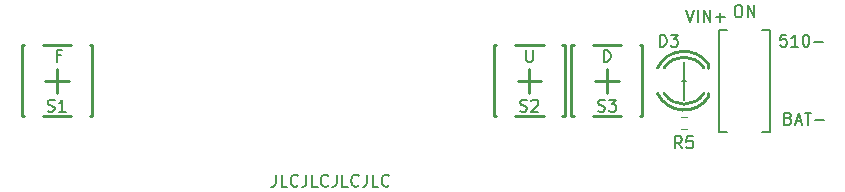
<source format=gbr>
G04 #@! TF.GenerationSoftware,KiCad,Pcbnew,5.1.0-unknown-9e240db~82~ubuntu18.04.1*
G04 #@! TF.CreationDate,2019-04-05T08:38:07+02:00*
G04 #@! TF.ProjectId,Voltrove MIC1557 PWM,566f6c74-726f-4766-9520-4d4943313535,rev?*
G04 #@! TF.SameCoordinates,Original*
G04 #@! TF.FileFunction,Legend,Top*
G04 #@! TF.FilePolarity,Positive*
%FSLAX46Y46*%
G04 Gerber Fmt 4.6, Leading zero omitted, Abs format (unit mm)*
G04 Created by KiCad (PCBNEW 5.1.0-unknown-9e240db~82~ubuntu18.04.1) date 2019-04-05 08:38:07*
%MOMM*%
%LPD*%
G04 APERTURE LIST*
%ADD10C,0.150000*%
%ADD11C,0.250000*%
%ADD12C,0.200000*%
%ADD13C,0.120000*%
G04 APERTURE END LIST*
D10*
X176126071Y-93752380D02*
X176316547Y-93752380D01*
X176411785Y-93800000D01*
X176507023Y-93895238D01*
X176554642Y-94085714D01*
X176554642Y-94419047D01*
X176507023Y-94609523D01*
X176411785Y-94704761D01*
X176316547Y-94752380D01*
X176126071Y-94752380D01*
X176030833Y-94704761D01*
X175935595Y-94609523D01*
X175887976Y-94419047D01*
X175887976Y-94085714D01*
X175935595Y-93895238D01*
X176030833Y-93800000D01*
X176126071Y-93752380D01*
X176983214Y-94752380D02*
X176983214Y-93752380D01*
X177554642Y-94752380D01*
X177554642Y-93752380D01*
X118828928Y-97996171D02*
X118495595Y-97996171D01*
X118495595Y-98519980D02*
X118495595Y-97519980D01*
X118971785Y-97519980D01*
X164818695Y-98552380D02*
X164818695Y-97552380D01*
X165056790Y-97552380D01*
X165199647Y-97600000D01*
X165294885Y-97695238D01*
X165342504Y-97790476D01*
X165390123Y-97980952D01*
X165390123Y-98123809D01*
X165342504Y-98314285D01*
X165294885Y-98409523D01*
X165199647Y-98504761D01*
X165056790Y-98552380D01*
X164818695Y-98552380D01*
X158245595Y-97552380D02*
X158245595Y-98361904D01*
X158293214Y-98457142D01*
X158340833Y-98504761D01*
X158436071Y-98552380D01*
X158626547Y-98552380D01*
X158721785Y-98504761D01*
X158769404Y-98457142D01*
X158817023Y-98361904D01*
X158817023Y-97552380D01*
X137054309Y-108098380D02*
X137054309Y-108812666D01*
X137006690Y-108955523D01*
X136911452Y-109050761D01*
X136768595Y-109098380D01*
X136673357Y-109098380D01*
X138006690Y-109098380D02*
X137530500Y-109098380D01*
X137530500Y-108098380D01*
X138911452Y-109003142D02*
X138863833Y-109050761D01*
X138720976Y-109098380D01*
X138625738Y-109098380D01*
X138482880Y-109050761D01*
X138387642Y-108955523D01*
X138340023Y-108860285D01*
X138292404Y-108669809D01*
X138292404Y-108526952D01*
X138340023Y-108336476D01*
X138387642Y-108241238D01*
X138482880Y-108146000D01*
X138625738Y-108098380D01*
X138720976Y-108098380D01*
X138863833Y-108146000D01*
X138911452Y-108193619D01*
X139625738Y-108098380D02*
X139625738Y-108812666D01*
X139578119Y-108955523D01*
X139482880Y-109050761D01*
X139340023Y-109098380D01*
X139244785Y-109098380D01*
X140578119Y-109098380D02*
X140101928Y-109098380D01*
X140101928Y-108098380D01*
X141482880Y-109003142D02*
X141435261Y-109050761D01*
X141292404Y-109098380D01*
X141197166Y-109098380D01*
X141054309Y-109050761D01*
X140959071Y-108955523D01*
X140911452Y-108860285D01*
X140863833Y-108669809D01*
X140863833Y-108526952D01*
X140911452Y-108336476D01*
X140959071Y-108241238D01*
X141054309Y-108146000D01*
X141197166Y-108098380D01*
X141292404Y-108098380D01*
X141435261Y-108146000D01*
X141482880Y-108193619D01*
X142197166Y-108098380D02*
X142197166Y-108812666D01*
X142149547Y-108955523D01*
X142054309Y-109050761D01*
X141911452Y-109098380D01*
X141816214Y-109098380D01*
X143149547Y-109098380D02*
X142673357Y-109098380D01*
X142673357Y-108098380D01*
X144054309Y-109003142D02*
X144006690Y-109050761D01*
X143863833Y-109098380D01*
X143768595Y-109098380D01*
X143625738Y-109050761D01*
X143530500Y-108955523D01*
X143482880Y-108860285D01*
X143435261Y-108669809D01*
X143435261Y-108526952D01*
X143482880Y-108336476D01*
X143530500Y-108241238D01*
X143625738Y-108146000D01*
X143768595Y-108098380D01*
X143863833Y-108098380D01*
X144006690Y-108146000D01*
X144054309Y-108193619D01*
X144768595Y-108098380D02*
X144768595Y-108812666D01*
X144720976Y-108955523D01*
X144625738Y-109050761D01*
X144482880Y-109098380D01*
X144387642Y-109098380D01*
X145720976Y-109098380D02*
X145244785Y-109098380D01*
X145244785Y-108098380D01*
X146625738Y-109003142D02*
X146578119Y-109050761D01*
X146435261Y-109098380D01*
X146340023Y-109098380D01*
X146197166Y-109050761D01*
X146101928Y-108955523D01*
X146054309Y-108860285D01*
X146006690Y-108669809D01*
X146006690Y-108526952D01*
X146054309Y-108336476D01*
X146101928Y-108241238D01*
X146197166Y-108146000D01*
X146340023Y-108098380D01*
X146435261Y-108098380D01*
X146578119Y-108146000D01*
X146625738Y-108193619D01*
X171801000Y-100144000D02*
X171439000Y-100144000D01*
X171619000Y-101766000D02*
X171621000Y-98535000D01*
D11*
X173670000Y-99054000D02*
X173670000Y-98735000D01*
X173670000Y-101533000D02*
X173670000Y-101214000D01*
X169918194Y-99067201D02*
G75*
G02X173293330Y-99054000I1691806J-1076799D01*
G01*
X169936379Y-101229124D02*
G75*
G03X173293330Y-101214000I1673621J1085124D01*
G01*
X169358107Y-99068291D02*
G75*
G02X173670000Y-98735251I2251893J-1075709D01*
G01*
X169375410Y-101229739D02*
G75*
G03X173670000Y-101532749I2234590J1085739D01*
G01*
D12*
X178880000Y-95839000D02*
X178230000Y-95839000D01*
X178880000Y-95839000D02*
X178880000Y-104441000D01*
X174580000Y-95839000D02*
X174580000Y-104441000D01*
X178880000Y-104441000D02*
X178230000Y-104441000D01*
X175230000Y-95839000D02*
X174580000Y-95839000D01*
X175230000Y-104441000D02*
X174580000Y-104441000D01*
D11*
X121523000Y-97144000D02*
X121323000Y-97144000D01*
X121523000Y-97144000D02*
X121523000Y-103144000D01*
X115523000Y-97144000D02*
X115523000Y-103144000D01*
X119723000Y-97144000D02*
X117323000Y-97144000D01*
X119723000Y-103144000D02*
X117323000Y-103144000D01*
X121523000Y-103144000D02*
X121323000Y-103144000D01*
X115523000Y-97144000D02*
X115723000Y-97144000D01*
X115523000Y-103144000D02*
X115723000Y-103144000D01*
X119523000Y-100144000D02*
X117523000Y-100144000D01*
X118523000Y-99144000D02*
X118523000Y-101144000D01*
X161510000Y-97150000D02*
X161310000Y-97150000D01*
X161510000Y-97150000D02*
X161510000Y-103150000D01*
X155510000Y-97150000D02*
X155510000Y-103150000D01*
X159710000Y-97150000D02*
X157310000Y-97150000D01*
X159710000Y-103150000D02*
X157310000Y-103150000D01*
X161510000Y-103150000D02*
X161310000Y-103150000D01*
X155510000Y-97150000D02*
X155710000Y-97150000D01*
X155510000Y-103150000D02*
X155710000Y-103150000D01*
X159510000Y-100150000D02*
X157510000Y-100150000D01*
X158510000Y-99150000D02*
X158510000Y-101150000D01*
X165070000Y-101150000D02*
X165070000Y-99150000D01*
X164070000Y-100150000D02*
X166070000Y-100150000D01*
X168070000Y-97150000D02*
X167870000Y-97150000D01*
X168070000Y-103150000D02*
X167870000Y-103150000D01*
X162070000Y-97150000D02*
X162270000Y-97150000D01*
X163870000Y-97150000D02*
X166270000Y-97150000D01*
X163870000Y-103150000D02*
X166270000Y-103150000D01*
X168070000Y-103150000D02*
X168070000Y-97150000D01*
X162070000Y-103150000D02*
X162070000Y-97150000D01*
X162070000Y-103150000D02*
X162270000Y-103150000D01*
D13*
X171380000Y-103190000D02*
X171820000Y-103190000D01*
X171380000Y-104210000D02*
X171820000Y-104210000D01*
D10*
X169561904Y-97252380D02*
X169561904Y-96252380D01*
X169800000Y-96252380D01*
X169942857Y-96300000D01*
X170038095Y-96395238D01*
X170085714Y-96490476D01*
X170133333Y-96680952D01*
X170133333Y-96823809D01*
X170085714Y-97014285D01*
X170038095Y-97109523D01*
X169942857Y-97204761D01*
X169800000Y-97252380D01*
X169561904Y-97252380D01*
X170466666Y-96252380D02*
X171085714Y-96252380D01*
X170752380Y-96633333D01*
X170895238Y-96633333D01*
X170990476Y-96680952D01*
X171038095Y-96728571D01*
X171085714Y-96823809D01*
X171085714Y-97061904D01*
X171038095Y-97157142D01*
X170990476Y-97204761D01*
X170895238Y-97252380D01*
X170609523Y-97252380D01*
X170514285Y-97204761D01*
X170466666Y-97157142D01*
X180442857Y-103328571D02*
X180585714Y-103376190D01*
X180633333Y-103423809D01*
X180680952Y-103519047D01*
X180680952Y-103661904D01*
X180633333Y-103757142D01*
X180585714Y-103804761D01*
X180490476Y-103852380D01*
X180109523Y-103852380D01*
X180109523Y-102852380D01*
X180442857Y-102852380D01*
X180538095Y-102900000D01*
X180585714Y-102947619D01*
X180633333Y-103042857D01*
X180633333Y-103138095D01*
X180585714Y-103233333D01*
X180538095Y-103280952D01*
X180442857Y-103328571D01*
X180109523Y-103328571D01*
X181061904Y-103566666D02*
X181538095Y-103566666D01*
X180966666Y-103852380D02*
X181300000Y-102852380D01*
X181633333Y-103852380D01*
X181823809Y-102852380D02*
X182395238Y-102852380D01*
X182109523Y-103852380D02*
X182109523Y-102852380D01*
X182728571Y-103471428D02*
X183490476Y-103471428D01*
X180266666Y-96252380D02*
X179790476Y-96252380D01*
X179742857Y-96728571D01*
X179790476Y-96680952D01*
X179885714Y-96633333D01*
X180123809Y-96633333D01*
X180219047Y-96680952D01*
X180266666Y-96728571D01*
X180314285Y-96823809D01*
X180314285Y-97061904D01*
X180266666Y-97157142D01*
X180219047Y-97204761D01*
X180123809Y-97252380D01*
X179885714Y-97252380D01*
X179790476Y-97204761D01*
X179742857Y-97157142D01*
X181266666Y-97252380D02*
X180695238Y-97252380D01*
X180980952Y-97252380D02*
X180980952Y-96252380D01*
X180885714Y-96395238D01*
X180790476Y-96490476D01*
X180695238Y-96538095D01*
X181885714Y-96252380D02*
X181980952Y-96252380D01*
X182076190Y-96300000D01*
X182123809Y-96347619D01*
X182171428Y-96442857D01*
X182219047Y-96633333D01*
X182219047Y-96871428D01*
X182171428Y-97061904D01*
X182123809Y-97157142D01*
X182076190Y-97204761D01*
X181980952Y-97252380D01*
X181885714Y-97252380D01*
X181790476Y-97204761D01*
X181742857Y-97157142D01*
X181695238Y-97061904D01*
X181647619Y-96871428D01*
X181647619Y-96633333D01*
X181695238Y-96442857D01*
X181742857Y-96347619D01*
X181790476Y-96300000D01*
X181885714Y-96252380D01*
X182647619Y-96871428D02*
X183409523Y-96871428D01*
X117738095Y-102705194D02*
X117880952Y-102752813D01*
X118119047Y-102752813D01*
X118214285Y-102705194D01*
X118261904Y-102657575D01*
X118309523Y-102562337D01*
X118309523Y-102467099D01*
X118261904Y-102371861D01*
X118214285Y-102324242D01*
X118119047Y-102276623D01*
X117928571Y-102229004D01*
X117833333Y-102181385D01*
X117785714Y-102133766D01*
X117738095Y-102038528D01*
X117738095Y-101943290D01*
X117785714Y-101848052D01*
X117833333Y-101800433D01*
X117928571Y-101752813D01*
X118166666Y-101752813D01*
X118309523Y-101800433D01*
X119261904Y-102752813D02*
X118690476Y-102752813D01*
X118976190Y-102752813D02*
X118976190Y-101752813D01*
X118880952Y-101895671D01*
X118785714Y-101990909D01*
X118690476Y-102038528D01*
X157738095Y-102704761D02*
X157880952Y-102752380D01*
X158119047Y-102752380D01*
X158214285Y-102704761D01*
X158261904Y-102657142D01*
X158309523Y-102561904D01*
X158309523Y-102466666D01*
X158261904Y-102371428D01*
X158214285Y-102323809D01*
X158119047Y-102276190D01*
X157928571Y-102228571D01*
X157833333Y-102180952D01*
X157785714Y-102133333D01*
X157738095Y-102038095D01*
X157738095Y-101942857D01*
X157785714Y-101847619D01*
X157833333Y-101800000D01*
X157928571Y-101752380D01*
X158166666Y-101752380D01*
X158309523Y-101800000D01*
X158690476Y-101847619D02*
X158738095Y-101800000D01*
X158833333Y-101752380D01*
X159071428Y-101752380D01*
X159166666Y-101800000D01*
X159214285Y-101847619D01*
X159261904Y-101942857D01*
X159261904Y-102038095D01*
X159214285Y-102180952D01*
X158642857Y-102752380D01*
X159261904Y-102752380D01*
X164338095Y-102704761D02*
X164480952Y-102752380D01*
X164719047Y-102752380D01*
X164814285Y-102704761D01*
X164861904Y-102657142D01*
X164909523Y-102561904D01*
X164909523Y-102466666D01*
X164861904Y-102371428D01*
X164814285Y-102323809D01*
X164719047Y-102276190D01*
X164528571Y-102228571D01*
X164433333Y-102180952D01*
X164385714Y-102133333D01*
X164338095Y-102038095D01*
X164338095Y-101942857D01*
X164385714Y-101847619D01*
X164433333Y-101800000D01*
X164528571Y-101752380D01*
X164766666Y-101752380D01*
X164909523Y-101800000D01*
X165242857Y-101752380D02*
X165861904Y-101752380D01*
X165528571Y-102133333D01*
X165671428Y-102133333D01*
X165766666Y-102180952D01*
X165814285Y-102228571D01*
X165861904Y-102323809D01*
X165861904Y-102561904D01*
X165814285Y-102657142D01*
X165766666Y-102704761D01*
X165671428Y-102752380D01*
X165385714Y-102752380D01*
X165290476Y-102704761D01*
X165242857Y-102657142D01*
X171785714Y-94152380D02*
X172119047Y-95152380D01*
X172452380Y-94152380D01*
X172785714Y-95152380D02*
X172785714Y-94152380D01*
X173261904Y-95152380D02*
X173261904Y-94152380D01*
X173833333Y-95152380D01*
X173833333Y-94152380D01*
X174309523Y-94771428D02*
X175071428Y-94771428D01*
X174690476Y-95152380D02*
X174690476Y-94390476D01*
X171433333Y-105852380D02*
X171100000Y-105376190D01*
X170861904Y-105852380D02*
X170861904Y-104852380D01*
X171242857Y-104852380D01*
X171338095Y-104900000D01*
X171385714Y-104947619D01*
X171433333Y-105042857D01*
X171433333Y-105185714D01*
X171385714Y-105280952D01*
X171338095Y-105328571D01*
X171242857Y-105376190D01*
X170861904Y-105376190D01*
X172338095Y-104852380D02*
X171861904Y-104852380D01*
X171814285Y-105328571D01*
X171861904Y-105280952D01*
X171957142Y-105233333D01*
X172195238Y-105233333D01*
X172290476Y-105280952D01*
X172338095Y-105328571D01*
X172385714Y-105423809D01*
X172385714Y-105661904D01*
X172338095Y-105757142D01*
X172290476Y-105804761D01*
X172195238Y-105852380D01*
X171957142Y-105852380D01*
X171861904Y-105804761D01*
X171814285Y-105757142D01*
M02*

</source>
